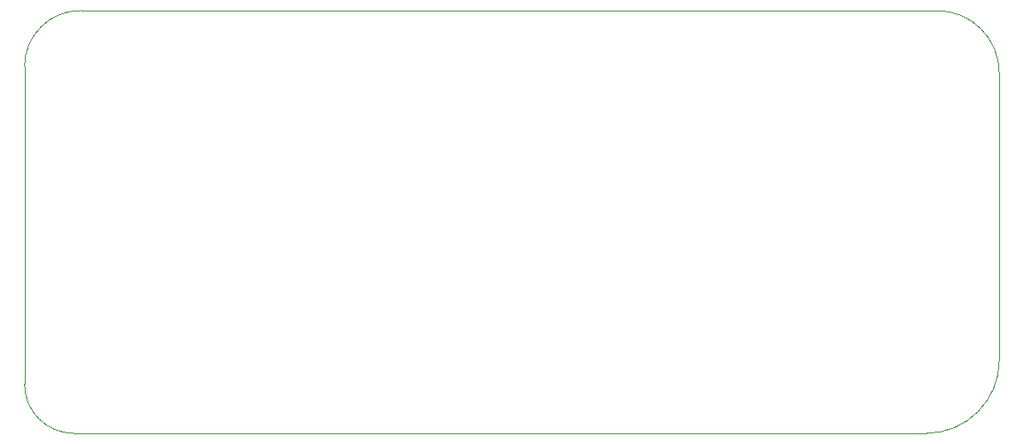
<source format=gbr>
G04*
G04 #@! TF.GenerationSoftware,Altium Limited,Altium Designer,24.7.2 (38)*
G04*
G04 Layer_Color=0*
%FSLAX25Y25*%
%MOIN*%
G70*
G04*
G04 #@! TF.SameCoordinates,557B2C77-FFCE-42D9-A2FA-4134FEC932EB*
G04*
G04*
G04 #@! TF.FilePolarity,Positive*
G04*
G01*
G75*
%ADD80C,0.00100*%
D80*
X0Y138000D02*
Y18500D01*
D02*
G03*
X18500Y0I18500J-0D01*
G01*
X339000Y-0D01*
D02*
G03*
X366500Y27500I0J27500D01*
G01*
Y135500D01*
D02*
G03*
X343000Y159000I-23500J0D01*
G01*
X21000D01*
D02*
G03*
X0Y138000I-0J-21000D01*
G01*
M02*

</source>
